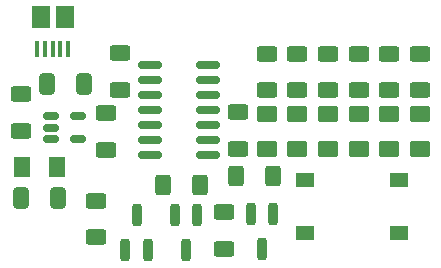
<source format=gtp>
G04 #@! TF.GenerationSoftware,KiCad,Pcbnew,9.0.1*
G04 #@! TF.CreationDate,2025-09-23T20:37:19+02:00*
G04 #@! TF.ProjectId,blikac-smd,626c696b-6163-42d7-936d-642e6b696361,rev?*
G04 #@! TF.SameCoordinates,Original*
G04 #@! TF.FileFunction,Paste,Top*
G04 #@! TF.FilePolarity,Positive*
%FSLAX46Y46*%
G04 Gerber Fmt 4.6, Leading zero omitted, Abs format (unit mm)*
G04 Created by KiCad (PCBNEW 9.0.1) date 2025-09-23 20:37:19*
%MOMM*%
%LPD*%
G01*
G04 APERTURE LIST*
G04 Aperture macros list*
%AMRoundRect*
0 Rectangle with rounded corners*
0 $1 Rounding radius*
0 $2 $3 $4 $5 $6 $7 $8 $9 X,Y pos of 4 corners*
0 Add a 4 corners polygon primitive as box body*
4,1,4,$2,$3,$4,$5,$6,$7,$8,$9,$2,$3,0*
0 Add four circle primitives for the rounded corners*
1,1,$1+$1,$2,$3*
1,1,$1+$1,$4,$5*
1,1,$1+$1,$6,$7*
1,1,$1+$1,$8,$9*
0 Add four rect primitives between the rounded corners*
20,1,$1+$1,$2,$3,$4,$5,0*
20,1,$1+$1,$4,$5,$6,$7,0*
20,1,$1+$1,$6,$7,$8,$9,0*
20,1,$1+$1,$8,$9,$2,$3,0*%
G04 Aperture macros list end*
%ADD10RoundRect,0.250000X-0.625000X0.400000X-0.625000X-0.400000X0.625000X-0.400000X0.625000X0.400000X0*%
%ADD11RoundRect,0.250000X0.625000X-0.400000X0.625000X0.400000X-0.625000X0.400000X-0.625000X-0.400000X0*%
%ADD12RoundRect,0.250001X0.624999X-0.462499X0.624999X0.462499X-0.624999X0.462499X-0.624999X-0.462499X0*%
%ADD13RoundRect,0.250000X0.400000X0.625000X-0.400000X0.625000X-0.400000X-0.625000X0.400000X-0.625000X0*%
%ADD14RoundRect,0.250001X-0.462499X-0.624999X0.462499X-0.624999X0.462499X0.624999X-0.462499X0.624999X0*%
%ADD15RoundRect,0.150000X-0.825000X-0.150000X0.825000X-0.150000X0.825000X0.150000X-0.825000X0.150000X0*%
%ADD16RoundRect,0.250000X0.412500X0.650000X-0.412500X0.650000X-0.412500X-0.650000X0.412500X-0.650000X0*%
%ADD17RoundRect,0.200000X-0.200000X0.750000X-0.200000X-0.750000X0.200000X-0.750000X0.200000X0.750000X0*%
%ADD18RoundRect,0.200000X0.200000X-0.750000X0.200000X0.750000X-0.200000X0.750000X-0.200000X-0.750000X0*%
%ADD19R,0.400000X1.350000*%
%ADD20R,1.500000X1.900000*%
%ADD21RoundRect,0.150000X-0.512500X-0.150000X0.512500X-0.150000X0.512500X0.150000X-0.512500X0.150000X0*%
%ADD22RoundRect,0.250000X-0.400000X-0.625000X0.400000X-0.625000X0.400000X0.625000X-0.400000X0.625000X0*%
%ADD23R,1.550000X1.300000*%
G04 APERTURE END LIST*
D10*
X129600000Y-75100000D03*
X129600000Y-78200000D03*
D11*
X140800000Y-78100000D03*
X140800000Y-75000000D03*
D12*
X143200000Y-78087500D03*
X143200000Y-75112500D03*
D13*
X137550000Y-81200000D03*
X134450000Y-81200000D03*
D11*
X122400000Y-76600000D03*
X122400000Y-73500000D03*
X130800000Y-73100000D03*
X130800000Y-70000000D03*
D14*
X122512500Y-79650000D03*
X125487500Y-79650000D03*
D11*
X145800000Y-73150000D03*
X145800000Y-70050000D03*
D15*
X133325000Y-70990000D03*
X133325000Y-72260000D03*
X133325000Y-73530000D03*
X133325000Y-74800000D03*
X133325000Y-76070000D03*
X133325000Y-77340000D03*
X133325000Y-78610000D03*
X138275000Y-78610000D03*
X138275000Y-77340000D03*
X138275000Y-76070000D03*
X138275000Y-74800000D03*
X138275000Y-73530000D03*
X138275000Y-72260000D03*
X138275000Y-70990000D03*
D16*
X125562500Y-82250000D03*
X122437500Y-82250000D03*
D17*
X143750000Y-83600000D03*
X141850000Y-83600000D03*
X142800000Y-86600000D03*
D12*
X148400000Y-78087500D03*
X148400000Y-75112500D03*
D11*
X156200000Y-73150000D03*
X156200000Y-70050000D03*
D18*
X131250000Y-86700000D03*
X133150000Y-86700000D03*
X132200000Y-83700000D03*
D10*
X139600000Y-83450000D03*
X139600000Y-86550000D03*
D19*
X126400000Y-69662500D03*
X125750000Y-69662500D03*
X125100000Y-69662500D03*
X124450000Y-69662500D03*
X123800000Y-69662500D03*
D20*
X126100000Y-66962500D03*
X124100000Y-66962500D03*
D11*
X153600000Y-73150000D03*
X153600000Y-70050000D03*
X148400000Y-73150000D03*
X148400000Y-70050000D03*
D16*
X127762500Y-72650000D03*
X124637500Y-72650000D03*
D17*
X137350000Y-83700000D03*
X135450000Y-83700000D03*
X136400000Y-86700000D03*
D12*
X151000000Y-78087500D03*
X151000000Y-75112500D03*
D21*
X124925000Y-75350000D03*
X124925000Y-76300000D03*
X124925000Y-77250000D03*
X127200000Y-77250000D03*
X127200000Y-75350000D03*
D12*
X145800000Y-78087500D03*
X145800000Y-75112500D03*
D11*
X143200000Y-73150000D03*
X143200000Y-70050000D03*
X151000000Y-73150000D03*
X151000000Y-70050000D03*
D22*
X140650000Y-80400000D03*
X143750000Y-80400000D03*
D12*
X153600000Y-78087500D03*
X153600000Y-75112500D03*
D23*
X146420000Y-80750000D03*
X154380000Y-80750000D03*
X146420000Y-85250000D03*
X154380000Y-85250000D03*
D12*
X156200000Y-78087500D03*
X156200000Y-75112500D03*
D11*
X128800000Y-85600000D03*
X128800000Y-82500000D03*
M02*

</source>
